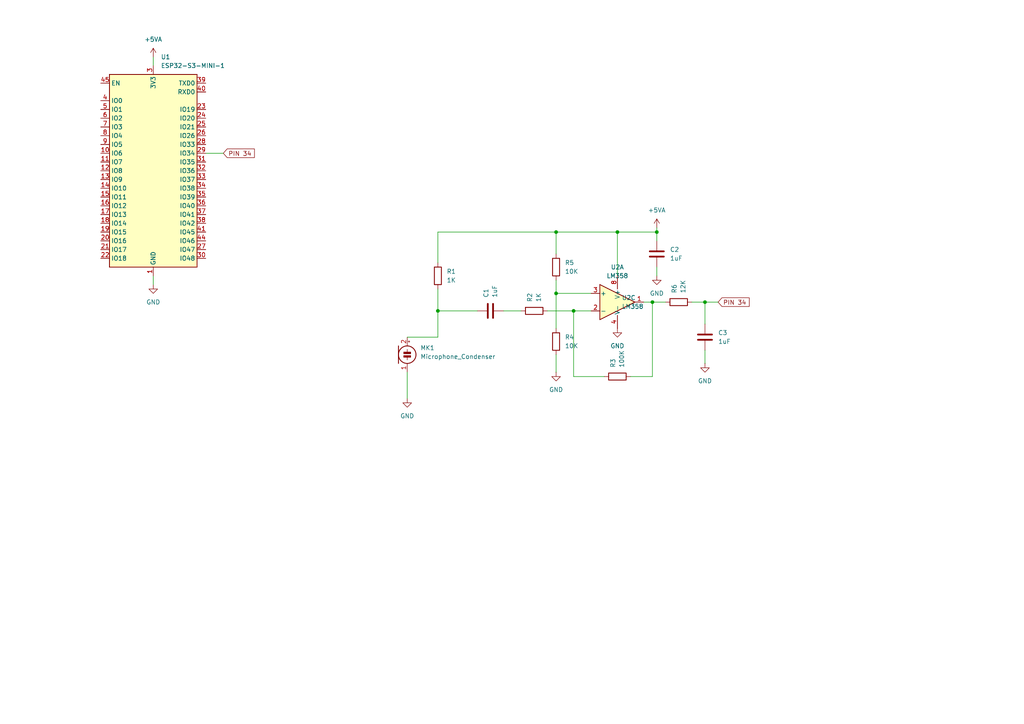
<source format=kicad_sch>
(kicad_sch (version 20231120) (generator "eeschema") (generator_version "8.0")
  (paper "A4")
  (lib_symbols
    (symbol "Amplifier_Operational:LM358" (pin_names (offset 0.127))
      (property "Reference" "U" (at 0 5.08 0))
      (property "Value" "LM358" (at 0 -5.08 0))
      (symbol "LM358_1_1"
        (polyline (pts (xy -5.08 5.08) (xy 5.08 0) (xy -5.08 -5.08) (xy -5.08 5.08)) (stroke (width 0.254)) (fill (type background)))
        (pin output line (at 7.62 0 180) (length 2.54) (name "~") (number "1"))
        (pin input line (at -7.62 -2.54 0) (length 2.54) (name "-") (number "2"))
        (pin input line (at -7.62 2.54 0) (length 2.54) (name "+") (number "3"))
      )
      (symbol "LM358_2_1"
        (polyline (pts (xy -5.08 5.08) (xy 5.08 0) (xy -5.08 -5.08) (xy -5.08 5.08)) (stroke (width 0.254)) (fill (type background)))
        (pin input line (at -7.62 2.54 0) (length 2.54) (name "+") (number "5"))
        (pin input line (at -7.62 -2.54 0) (length 2.54) (name "-") (number "6"))
        (pin output line (at 7.62 0 180) (length 2.54) (name "~") (number "7"))
      )
      (symbol "LM358_3_1"
        (pin power_in line (at -2.54 -7.62 90) (length 3.81) (name "V-") (number "4"))
        (pin power_in line (at -2.54 7.62 270) (length 3.81) (name "V+") (number "8"))
      )
    )
    (symbol "Device:C" (pin_numbers hide) (pin_names (offset 0.254))
      (property "Reference" "C" (at 0.635 2.54 0))
      (property "Value" "C" (at 0.635 -2.54 0))
      (symbol "C_0_1"
        (polyline (pts (xy -2.032 -0.762) (xy 2.032 -0.762)) (stroke (width 0.508)))
        (polyline (pts (xy -2.032 0.762) (xy 2.032 0.762)) (stroke (width 0.508)))
      )
      (symbol "C_1_1"
        (pin passive line (at 0 3.81 270) (length 2.794) (name "~") (number "1"))
        (pin passive line (at 0 -3.81 90) (length 2.794) (name "~") (number "2"))
      )
    )
    (symbol "Device:Microphone_Condenser" (pin_names (offset 0.0254) hide)
      (property "Reference" "MK" (at -3.302 1.27 0))
      (property "Value" "Microphone_Condenser" (at -3.302 -0.635 0))
      (symbol "Microphone_Condenser_0_1"
        (polyline (pts (xy -2.54 2.54) (xy -2.54 -2.54)) (stroke (width 0.254)))
        (polyline (pts (xy 0 -0.762) (xy 0 -1.524)))
        (polyline (pts (xy 0 0.762) (xy 0 1.524)))
        (polyline (pts (xy 0.254 3.81) (xy 0.762 3.81)))
        (polyline (pts (xy 0.508 4.064) (xy 0.508 3.556)))
        (circle (center 0 0) (radius 2.54) (stroke (width 0.254)))
        (rectangle (start 1.016 -0.254) (end -1.016 -0.762) (fill (type outline)))
        (rectangle (start 1.016 0.762) (end -1.016 0.254) (fill (type outline)))
      )
      (symbol "Microphone_Condenser_1_1"
        (pin passive line (at 0 -5.08 90) (length 2.54) (name "-") (number "1"))
        (pin passive line (at 0 5.08 270) (length 2.54) (name "+") (number "2"))
      )
    )
    (symbol "Device:R" (pin_numbers hide) (pin_names (offset 0))
      (property "Reference" "R" (at 2.032 0 90))
      (property "Value" "R" (at 0 0 90))
      (symbol "R_0_1"
        (rectangle (start -1.016 -2.54) (end 1.016 2.54) (stroke (width 0.254)))
      )
      (symbol "R_1_1"
        (pin passive line (at 0 3.81 270) (length 1.27) (name "~") (number "1"))
        (pin passive line (at 0 -3.81 90) (length 1.27) (name "~") (number "2"))
      )
    )
    (symbol "RF_Module:ESP32-S3-MINI-1"
      (property "Reference" "U" (at -11.43 29.21 0))
      (property "Value" "ESP32-S3-MINI-1" (at 12.7 29.21 0))
      (symbol "ESP32-S3-MINI-1_0_1"
        (rectangle (start -12.7 27.94) (end 12.7 -27.94) (stroke (width 0.254)) (fill (type background)))
      )
      (symbol "ESP32-S3-MINI-1_1_1"
        (pin power_in line (at 0 -30.48 90) (length 2.54) (name "GND") (number "1"))
        (pin bidirectional line (at -15.24 5.08 0) (length 2.54) (name "IO6") (number "10"))
        (pin bidirectional line (at -15.24 2.54 0) (length 2.54) (name "IO7") (number "11"))
        (pin bidirectional line (at -15.24 0 0) (length 2.54) (name "IO8") (number "12"))
        (pin bidirectional line (at -15.24 -2.54 0) (length 2.54) (name "IO9") (number "13"))
        (pin bidirectional line (at -15.24 -5.08 0) (length 2.54) (name "IO10") (number "14"))
        (pin bidirectional line (at -15.24 -7.62 0) (length 2.54) (name "IO11") (number "15"))
        (pin bidirectional line (at -15.24 -10.16 0) (length 2.54) (name "IO12") (number "16"))
        (pin bidirectional line (at -15.24 -12.7 0) (length 2.54) (name "IO13") (number "17"))
        (pin bidirectional line (at -15.24 -15.24 0) (length 2.54) (name "IO14") (number "18"))
        (pin bidirectional line (at -15.24 -17.78 0) (length 2.54) (name "IO15") (number "19"))
        (pin passive line (at 0 -30.48 90) (length 2.54) hide (name "GND") (number "2"))
        (pin bidirectional line (at -15.24 -20.32 0) (length 2.54) (name "IO16") (number "20"))
        (pin bidirectional line (at -15.24 -22.86 0) (length 2.54) (name "IO17") (number "21"))
        (pin bidirectional line (at -15.24 -25.4 0) (length 2.54) (name "IO18") (number "22"))
        (pin bidirectional line (at 15.24 17.78 180) (length 2.54) (name "IO19") (number "23"))
        (pin bidirectional line (at 15.24 15.24 180) (length 2.54) (name "IO20") (number "24"))
        (pin bidirectional line (at 15.24 12.7 180) (length 2.54) (name "IO21") (number "25"))
        (pin bidirectional line (at 15.24 10.16 180) (length 2.54) (name "IO26") (number "26"))
        (pin bidirectional line (at 15.24 -22.86 180) (length 2.54) (name "IO47") (number "27"))
        (pin bidirectional line (at 15.24 7.62 180) (length 2.54) (name "IO33") (number "28"))
        (pin bidirectional line (at 15.24 5.08 180) (length 2.54) (name "IO34") (number "29"))
        (pin power_in line (at 0 30.48 270) (length 2.54) (name "3V3") (number "3"))
        (pin bidirectional line (at 15.24 -25.4 180) (length 2.54) (name "IO48") (number "30"))
        (pin bidirectional line (at 15.24 2.54 180) (length 2.54) (name "IO35") (number "31"))
        (pin bidirectional line (at 15.24 0 180) (length 2.54) (name "IO36") (number "32"))
        (pin bidirectional line (at 15.24 -2.54 180) (length 2.54) (name "IO37") (number "33"))
        (pin bidirectional line (at 15.24 -5.08 180) (length 2.54) (name "IO38") (number "34"))
        (pin bidirectional line (at 15.24 -7.62 180) (length 2.54) (name "IO39") (number "35"))
        (pin bidirectional line (at 15.24 -10.16 180) (length 2.54) (name "IO40") (number "36"))
        (pin bidirectional line (at 15.24 -12.7 180) (length 2.54) (name "IO41") (number "37"))
        (pin bidirectional line (at 15.24 -15.24 180) (length 2.54) (name "IO42") (number "38"))
        (pin bidirectional line (at 15.24 25.4 180) (length 2.54) (name "TXD0") (number "39"))
        (pin bidirectional line (at -15.24 20.32 0) (length 2.54) (name "IO0") (number "4"))
        (pin bidirectional line (at 15.24 22.86 180) (length 2.54) (name "RXD0") (number "40"))
        (pin bidirectional line (at 15.24 -17.78 180) (length 2.54) (name "IO45") (number "41"))
        (pin passive line (at 0 -30.48 90) (length 2.54) hide (name "GND") (number "42"))
        (pin passive line (at 0 -30.48 90) (length 2.54) hide (name "GND") (number "43"))
        (pin bidirectional line (at 15.24 -20.32 180) (length 2.54) (name "IO46") (number "44"))
        (pin input line (at -15.24 25.4 0) (length 2.54) (name "EN") (number "45"))
        (pin passive line (at 0 -30.48 90) (length 2.54) hide (name "GND") (number "46"))
        (pin passive line (at 0 -30.48 90) (length 2.54) hide (name "GND") (number "47"))
        (pin passive line (at 0 -30.48 90) (length 2.54) hide (name "GND") (number "48"))
        (pin passive line (at 0 -30.48 90) (length 2.54) hide (name "GND") (number "49"))
        (pin bidirectional line (at -15.24 17.78 0) (length 2.54) (name "IO1") (number "5"))
        (pin passive line (at 0 -30.48 90) (length 2.54) hide (name "GND") (number "50"))
        (pin passive line (at 0 -30.48 90) (length 2.54) hide (name "GND") (number "51"))
        (pin passive line (at 0 -30.48 90) (length 2.54) hide (name "GND") (number "52"))
        (pin passive line (at 0 -30.48 90) (length 2.54) hide (name "GND") (number "53"))
        (pin passive line (at 0 -30.48 90) (length 2.54) hide (name "GND") (number "54"))
        (pin passive line (at 0 -30.48 90) (length 2.54) hide (name "GND") (number "55"))
        (pin passive line (at 0 -30.48 90) (length 2.54) hide (name "GND") (number "56"))
        (pin passive line (at 0 -30.48 90) (length 2.54) hide (name "GND") (number "57"))
        (pin passive line (at 0 -30.48 90) (length 2.54) hide (name "GND") (number "58"))
        (pin passive line (at 0 -30.48 90) (length 2.54) hide (name "GND") (number "59"))
        (pin bidirectional line (at -15.24 15.24 0) (length 2.54) (name "IO2") (number "6"))
        (pin passive line (at 0 -30.48 90) (length 2.54) hide (name "GND") (number "60"))
        (pin passive line (at 0 -30.48 90) (length 2.54) hide (name "GND") (number "61"))
        (pin passive line (at 0 -30.48 90) (length 2.54) hide (name "GND") (number "62"))
        (pin passive line (at 0 -30.48 90) (length 2.54) hide (name "GND") (number "63"))
        (pin passive line (at 0 -30.48 90) (length 2.54) hide (name "GND") (number "64"))
        (pin passive line (at 0 -30.48 90) (length 2.54) hide (name "GND") (number "65"))
        (pin bidirectional line (at -15.24 12.7 0) (length 2.54) (name "IO3") (number "7"))
        (pin bidirectional line (at -15.24 10.16 0) (length 2.54) (name "IO4") (number "8"))
        (pin bidirectional line (at -15.24 7.62 0) (length 2.54) (name "IO5") (number "9"))
      )
    )
    (symbol "power:+5VA" (power) (pin_numbers hide) (pin_names (offset 0) hide)
      (property "Value" "+5VA" (at 0 3.556 0))
      (symbol "+5VA_0_1"
        (polyline (pts (xy -0.762 1.27) (xy 0 2.54)))
        (polyline (pts (xy 0 0) (xy 0 2.54)))
        (polyline (pts (xy 0 2.54) (xy 0.762 1.27)))
      )
      (symbol "+5VA_1_1"
        (pin power_in line (at 0 0 90) (length 0) (name "~") (number "1"))
      )
    )
    (symbol "power:GND" (power) (pin_numbers hide) (pin_names (offset 0) hide)
      (property "Value" "GND" (at 0 -3.81 0))
      (symbol "GND_0_1"
        (polyline (pts (xy 0 0) (xy 0 -1.27) (xy 1.27 -1.27) (xy 0 -2.54) (xy -1.27 -1.27) (xy 0 -1.27)))
      )
      (symbol "GND_1_1"
        (pin power_in line (at 0 0 270) (length 0) (name "~") (number "1"))
      )
    )
  )
  (junction (at 204.47 87.63))
  (junction (at 161.29 85.09))
  (junction (at 166.37 90.17))
  (junction (at 190.5 67.31))
  (junction (at 179.07 67.31))
  (junction (at 189.23 87.63))
  (junction (at 127 90.17))
  (junction (at 161.29 67.31))
  (wire (pts (xy 204.47 87.63) (xy 208.28 87.63)))
  (wire (pts (xy 127 67.31) (xy 161.29 67.31)))
  (wire (pts (xy 190.5 66.04) (xy 190.5 67.31)))
  (wire (pts (xy 175.26 109.22) (xy 166.37 109.22)))
  (wire (pts (xy 127 90.17) (xy 127 83.82)))
  (wire (pts (xy 190.5 77.47) (xy 190.5 80.01)))
  (wire (pts (xy 118.11 107.95) (xy 118.11 115.57)))
  (wire (pts (xy 59.69 44.45) (xy 64.77 44.45)))
  (wire (pts (xy 200.66 87.63) (xy 204.47 87.63)))
  (wire (pts (xy 118.11 97.79) (xy 127 97.79)))
  (wire (pts (xy 182.88 109.22) (xy 189.23 109.22)))
  (wire (pts (xy 161.29 81.28) (xy 161.29 85.09)))
  (wire (pts (xy 158.75 90.17) (xy 166.37 90.17)))
  (wire (pts (xy 186.69 87.63) (xy 189.23 87.63)))
  (wire (pts (xy 161.29 102.87) (xy 161.29 107.95)))
  (wire (pts (xy 161.29 85.09) (xy 161.29 95.25)))
  (wire (pts (xy 127 76.2) (xy 127 67.31)))
  (wire (pts (xy 166.37 90.17) (xy 171.45 90.17)))
  (wire (pts (xy 161.29 67.31) (xy 161.29 73.66)))
  (wire (pts (xy 161.29 67.31) (xy 179.07 67.31)))
  (wire (pts (xy 179.07 67.31) (xy 190.5 67.31)))
  (wire (pts (xy 189.23 87.63) (xy 189.23 109.22)))
  (wire (pts (xy 161.29 85.09) (xy 171.45 85.09)))
  (wire (pts (xy 190.5 67.31) (xy 190.5 69.85)))
  (wire (pts (xy 44.45 80.01) (xy 44.45 82.55)))
  (wire (pts (xy 204.47 101.6) (xy 204.47 105.41)))
  (wire (pts (xy 166.37 109.22) (xy 166.37 90.17)))
  (wire (pts (xy 146.05 90.17) (xy 151.13 90.17)))
  (wire (pts (xy 127 97.79) (xy 127 90.17)))
  (wire (pts (xy 189.23 87.63) (xy 193.04 87.63)))
  (wire (pts (xy 179.07 80.01) (xy 179.07 67.31)))
  (wire (pts (xy 127 90.17) (xy 138.43 90.17)))
  (wire (pts (xy 204.47 87.63) (xy 204.47 93.98)))
  (wire (pts (xy 44.45 16.51) (xy 44.45 19.05)))
  (global_label "PIN 34" (shape input) (at 64.77 44.45 0) (property "Intersheetrefs" "${INTERSHEET_REFS}" (effects (hide yes))))
  (global_label "PIN 34" (shape input) (at 208.28 87.63 0) (property "Intersheetrefs" "${INTERSHEET_REFS}" (effects (hide yes))))
  (symbol (lib_id "Device:R") (at 154.94 90.17 90) (unit 1)
    (property "Reference" "R2" (at 153.6699 87.63 0) (effects (justify left)))
    (property "Value" "1K" (at 156.2099 87.63 0) (effects (justify left)))
    (property "Footprint" "Resistor_THT:R_Axial_DIN0309_L9.0mm_D3.2mm_P12.70mm_Horizontal" (effects (hide yes)))
    (property "Description" "Resistor" (effects (hide yes)))
  )
  (symbol (lib_id "power:GND") (at 190.5 80.01 0) (unit 1)
    (property "Reference" "#PWR06" (effects (hide yes)))
    (property "Value" "GND" (at 190.5 85.09 0))
    (property "Description" "Power symbol creates a global label with name \"GND\" , ground" (effects (hide yes)))
  )
  (symbol (lib_id "Device:R") (at 161.29 99.06 0) (unit 1)
    (property "Reference" "R4" (at 163.83 97.7899 0) (effects (justify left)))
    (property "Value" "10K" (at 163.83 100.3299 0) (effects (justify left)))
    (property "Footprint" "Resistor_THT:R_Axial_DIN0309_L9.0mm_D3.2mm_P12.70mm_Horizontal" (effects (hide yes)))
    (property "Description" "Resistor" (effects (hide yes)))
  )
  (symbol (lib_id "Device:R") (at 127 80.01 0) (unit 1)
    (property "Reference" "R1" (at 129.54 78.7399 0) (effects (justify left)))
    (property "Value" "1K" (at 129.54 81.2799 0) (effects (justify left)))
    (property "Footprint" "Resistor_THT:R_Axial_DIN0309_L9.0mm_D3.2mm_P12.70mm_Horizontal" (effects (hide yes)))
    (property "Description" "Resistor" (effects (hide yes)))
  )
  (symbol (lib_id "Device:R") (at 179.07 109.22 90) (unit 1)
    (property "Reference" "R3" (at 177.7999 106.68 0) (effects (justify left)))
    (property "Value" "100K" (at 180.3399 106.68 0) (effects (justify left)))
    (property "Footprint" "Resistor_THT:R_Axial_DIN0309_L9.0mm_D3.2mm_P12.70mm_Horizontal" (effects (hide yes)))
    (property "Description" "Resistor" (effects (hide yes)))
  )
  (symbol (lib_id "Device:C") (at 142.24 90.17 90) (unit 1)
    (property "Reference" "C1" (at 140.9699 86.36 0) (effects (justify left)))
    (property "Value" "1uF" (at 143.5099 86.36 0) (effects (justify left)))
    (property "Footprint" "Capacitor_THT:C_Axial_L5.1mm_D3.1mm_P15.00mm_Horizontal" (effects (hide yes)))
    (property "Description" "Unpolarized capacitor" (effects (hide yes)))
  )
  (symbol (lib_id "Device:C") (at 190.5 73.66 0) (unit 1)
    (property "Reference" "C2" (at 194.31 72.3899 0) (effects (justify left)))
    (property "Value" "1uF" (at 194.31 74.9299 0) (effects (justify left)))
    (property "Footprint" "Capacitor_THT:C_Axial_L5.1mm_D3.1mm_P15.00mm_Horizontal" (effects (hide yes)))
    (property "Description" "Unpolarized capacitor" (effects (hide yes)))
  )
  (symbol (lib_id "power:GND") (at 118.11 115.57 0) (unit 1)
    (property "Reference" "#PWR01" (effects (hide yes)))
    (property "Value" "GND" (at 118.11 120.65 0))
    (property "Description" "Power symbol creates a global label with name \"GND\" , ground" (effects (hide yes)))
  )
  (symbol (lib_id "Device:R") (at 196.85 87.63 90) (unit 1)
    (property "Reference" "R6" (at 195.5799 85.09 0) (effects (justify left)))
    (property "Value" "12K" (at 198.1199 85.09 0) (effects (justify left)))
    (property "Footprint" "Resistor_THT:R_Axial_DIN0309_L9.0mm_D3.2mm_P12.70mm_Horizontal" (effects (hide yes)))
    (property "Description" "Resistor" (effects (hide yes)))
  )
  (symbol (lib_id "Amplifier_Operational:LM358") (at 179.07 87.63 0) (unit 1)
    (property "Reference" "U2" (at 179.07 77.47 0))
    (property "Value" "LM358" (at 179.07 80.01 0))
    (property "Footprint" "Package_DIP:DIP-8_W7.62mm" (effects (hide yes)))
    (property "Datasheet" "http://www.ti.com/lit/ds/symlink/lm2904-n.pdf" (effects (hide yes)))
    (property "Description" "Low-Power, Dual Operational Amplifiers, DIP-8/SOIC-8/TO-99-8" (effects (hide yes)))
  )
  (symbol (lib_id "Device:Microphone_Condenser") (at 118.11 102.87 0) (unit 1)
    (property "Reference" "MK1" (at 121.92 100.9014 0) (effects (justify left)))
    (property "Value" "Microphone_Condenser" (at 121.92 103.4414 0) (effects (justify left)))
    (property "Footprint" "Sensor_Audio:POM-2244P-C3310-2-R" (effects (hide yes)))
    (property "Description" "Condenser microphone" (effects (hide yes)))
  )
  (symbol (lib_id "Device:R") (at 161.29 77.47 0) (unit 1)
    (property "Reference" "R5" (at 163.83 76.1999 0) (effects (justify left)))
    (property "Value" "10K" (at 163.83 78.7399 0) (effects (justify left)))
    (property "Footprint" "Resistor_THT:R_Axial_DIN0309_L9.0mm_D3.2mm_P12.70mm_Horizontal" (effects (hide yes)))
    (property "Description" "Resistor" (effects (hide yes)))
  )
  (symbol (lib_id "power:GND") (at 44.45 82.55 0) (unit 1)
    (property "Reference" "#PWR02" (effects (hide yes)))
    (property "Value" "GND" (at 44.45 87.63 0))
    (property "Description" "Power symbol creates a global label with name \"GND\" , ground" (effects (hide yes)))
  )
  (symbol (lib_id "power:+5VA") (at 44.45 16.51 0) (unit 1)
    (property "Reference" "#PWR08" (effects (hide yes)))
    (property "Value" "+5VA" (at 44.45 11.43 0))
    (property "Description" "Power symbol creates a global label with name \"+5VA\"" (effects (hide yes)))
  )
  (symbol (lib_id "RF_Module:ESP32-S3-MINI-1") (at 44.45 49.53 0) (unit 1)
    (property "Reference" "U1" (at 46.6441 16.51 0) (effects (justify left)))
    (property "Value" "ESP32-S3-MINI-1" (at 46.6441 19.05 0) (effects (justify left)))
    (property "Footprint" "RF_Module:Digi_XBee_SMT" (effects (hide yes)))
    (property "Datasheet" "https://www.espressif.com/sites/default/files/documentation/esp32-s3-mini-1_mini-1u_datasheet_en.pdf" (effects (hide yes)))
    (property "Description" "RF Module, ESP32-S3 SoC, Wi-Fi 802.11b/g/n, Bluetooth, BLE, 32-bit, 3.3V, SMD, onboard antenna" (effects (hide yes)))
  )
  (symbol (lib_id "power:GND") (at 204.47 105.41 0) (unit 1)
    (property "Reference" "#PWR04" (effects (hide yes)))
    (property "Value" "GND" (at 204.47 110.49 0))
    (property "Description" "Power symbol creates a global label with name \"GND\" , ground" (effects (hide yes)))
  )
  (symbol (lib_id "Amplifier_Operational:LM358") (at 181.61 87.63 0) (unit 3)
    (property "Reference" "U2" (at 180.34 86.3599 0) (effects (justify left)))
    (property "Value" "LM358" (at 180.34 88.8999 0) (effects (justify left)))
    (property "Footprint" "Package_DIP:DIP-8_W7.62mm" (effects (hide yes)))
    (property "Datasheet" "http://www.ti.com/lit/ds/symlink/lm2904-n.pdf" (effects (hide yes)))
    (property "Description" "Low-Power, Dual Operational Amplifiers, DIP-8/SOIC-8/TO-99-8" (effects (hide yes)))
  )
  (symbol (lib_id "power:GND") (at 161.29 107.95 0) (unit 1)
    (property "Reference" "#PWR07" (effects (hide yes)))
    (property "Value" "GND" (at 161.29 113.03 0))
    (property "Description" "Power symbol creates a global label with name \"GND\" , ground" (effects (hide yes)))
  )
  (symbol (lib_id "Device:C") (at 204.47 97.79 0) (unit 1)
    (property "Reference" "C3" (at 208.28 96.5199 0) (effects (justify left)))
    (property "Value" "1uF" (at 208.28 99.0599 0) (effects (justify left)))
    (property "Footprint" "Capacitor_THT:C_Axial_L5.1mm_D3.1mm_P15.00mm_Horizontal" (effects (hide yes)))
    (property "Description" "Unpolarized capacitor" (effects (hide yes)))
  )
  (symbol (lib_id "power:+5VA") (at 190.5 66.04 0) (unit 1)
    (property "Reference" "#PWR05" (effects (hide yes)))
    (property "Value" "+5VA" (at 190.5 60.96 0))
    (property "Description" "Power symbol creates a global label with name \"+5VA\"" (effects (hide yes)))
  )
  (symbol (lib_id "power:GND") (at 179.07 95.25 0) (unit 1)
    (property "Reference" "#PWR03" (effects (hide yes)))
    (property "Value" "GND" (at 179.07 100.33 0))
    (property "Description" "Power symbol creates a global label with name \"GND\" , ground" (effects (hide yes)))
  )
)
</source>
